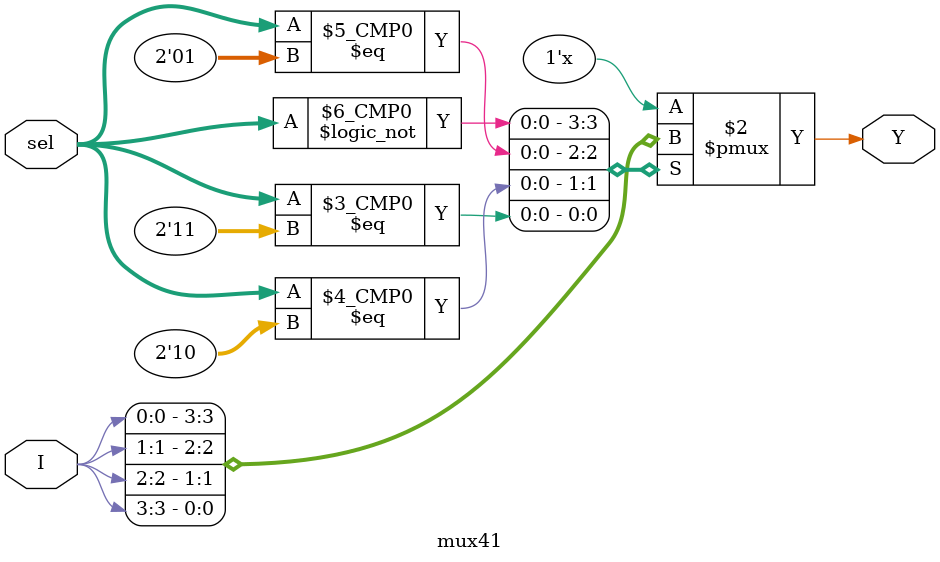
<source format=v>
`timescale 1ns / 1ps

module mux41( // actually an 8:1 mux
    input [3:0] I,
    input [1:0] sel,
    output reg Y
);


always @ (sel, I)
begin
    case (sel)
        2'd0:
            Y = I[0];
        2'd1:
            Y = I[1];
        2'd2:
            Y = I[2];
        2'd3:
            Y = I[3];
        default:
            Y = 0;          
    endcase
end
endmodule
</source>
